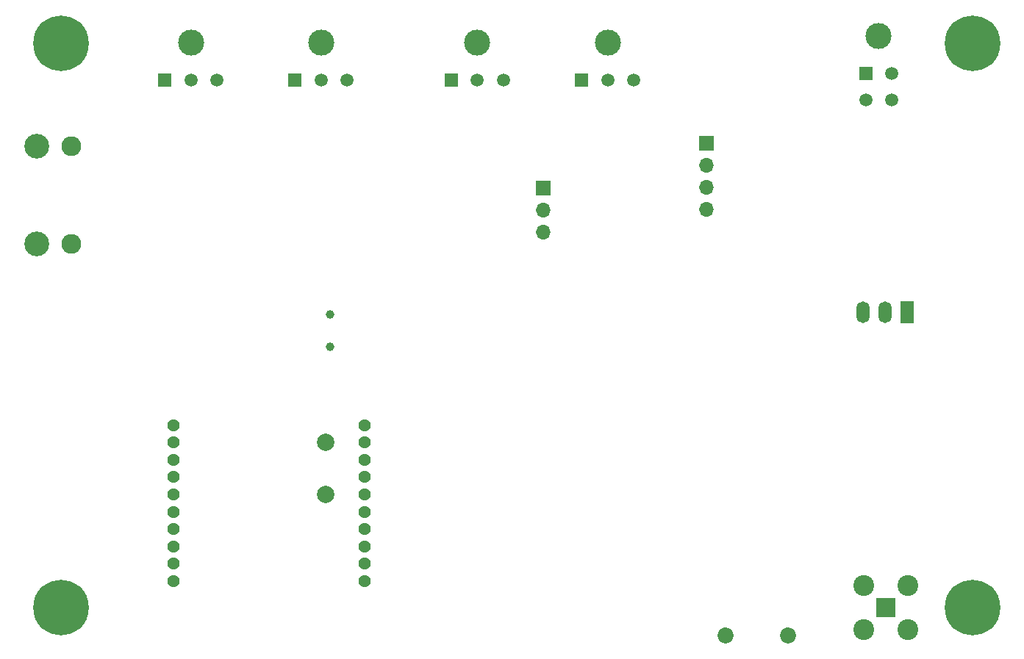
<source format=gbr>
%TF.GenerationSoftware,KiCad,Pcbnew,(7.0.0)*%
%TF.CreationDate,2023-03-06T22:48:15+01:00*%
%TF.ProjectId,RF_module,52465f6d-6f64-4756-9c65-2e6b69636164,1.1*%
%TF.SameCoordinates,Original*%
%TF.FileFunction,Soldermask,Bot*%
%TF.FilePolarity,Negative*%
%FSLAX46Y46*%
G04 Gerber Fmt 4.6, Leading zero omitted, Abs format (unit mm)*
G04 Created by KiCad (PCBNEW (7.0.0)) date 2023-03-06 22:48:15*
%MOMM*%
%LPD*%
G01*
G04 APERTURE LIST*
%ADD10C,0.800000*%
%ADD11C,6.400000*%
%ADD12C,1.431000*%
%ADD13C,1.850000*%
%ADD14R,1.500000X2.500000*%
%ADD15O,1.500000X2.500000*%
%ADD16C,2.999999*%
%ADD17R,1.520000X1.520000*%
%ADD18C,1.520000*%
%ADD19C,3.000000*%
%ADD20R,1.700000X1.700000*%
%ADD21O,1.700000X1.700000*%
%ADD22R,2.250000X2.250000*%
%ADD23C,2.400000*%
%ADD24C,2.280000*%
%ADD25C,2.850000*%
%ADD26C,2.000000*%
%ADD27C,1.000000*%
G04 APERTURE END LIST*
D10*
%TO.C,H3*%
X36753554Y-95600000D03*
X37456498Y-93902944D03*
X37456498Y-97297056D03*
X39153554Y-93200000D03*
D11*
X39153554Y-95600000D03*
D10*
X39153554Y-98000000D03*
X40850610Y-93902944D03*
X40850610Y-97297056D03*
X41553554Y-95600000D03*
%TD*%
D12*
%TO.C,IC1*%
X74153554Y-92600000D03*
X74153554Y-90600000D03*
X74153554Y-88600000D03*
X74153554Y-86600000D03*
X74153554Y-84600000D03*
X74153554Y-82600000D03*
X74153554Y-80600000D03*
X74153554Y-78600000D03*
X74153554Y-76600000D03*
X74153554Y-74600000D03*
X52153554Y-74600000D03*
X52153554Y-76600000D03*
X52153554Y-78600000D03*
X52153554Y-80600000D03*
X52153554Y-82600000D03*
X52153554Y-84600000D03*
X52153554Y-86600000D03*
X52153554Y-88600000D03*
X52153554Y-90600000D03*
X52153554Y-92600000D03*
%TD*%
D13*
%TO.C,J9*%
X115753554Y-98830000D03*
X122903554Y-98830000D03*
%TD*%
D14*
%TO.C,U7*%
X136653553Y-61599999D03*
D15*
X134113553Y-61599999D03*
X131573553Y-61599999D03*
%TD*%
D16*
%TO.C,J91*%
X87153553Y-30530001D03*
D17*
X84153553Y-34849999D03*
D18*
X87153553Y-34850000D03*
X90153552Y-34850000D03*
%TD*%
D10*
%TO.C,H1*%
X36753554Y-30600000D03*
X37456498Y-28902944D03*
X37456498Y-32297056D03*
X39153554Y-28200000D03*
D11*
X39153554Y-30600000D03*
D10*
X39153554Y-33000000D03*
X40850610Y-28902944D03*
X40850610Y-32297056D03*
X41553554Y-30600000D03*
%TD*%
D19*
%TO.C,J7*%
X133375304Y-29785400D03*
D17*
X131875303Y-34105399D03*
D18*
X134875304Y-34105400D03*
X131875304Y-37105400D03*
X134875304Y-37105400D03*
%TD*%
D10*
%TO.C,H4*%
X141753554Y-95600000D03*
X142456498Y-93902944D03*
X142456498Y-97297056D03*
X144153554Y-93200000D03*
D11*
X144153554Y-95600000D03*
D10*
X144153554Y-98000000D03*
X145850610Y-93902944D03*
X145850610Y-97297056D03*
X146553554Y-95600000D03*
%TD*%
%TO.C,H2*%
X141753554Y-30600000D03*
X142456498Y-28902944D03*
X142456498Y-32297056D03*
X144153554Y-28200000D03*
D11*
X144153554Y-30600000D03*
D10*
X144153554Y-33000000D03*
X145850610Y-28902944D03*
X145850610Y-32297056D03*
X146553554Y-30600000D03*
%TD*%
D16*
%TO.C,J81*%
X54153553Y-30530001D03*
D17*
X51153553Y-34849999D03*
D18*
X54153553Y-34850000D03*
X57153552Y-34850000D03*
%TD*%
D20*
%TO.C,J1*%
X113553553Y-42119999D03*
D21*
X113553553Y-44659999D03*
X113553553Y-47199999D03*
X113553553Y-49739999D03*
%TD*%
D20*
%TO.C,J2*%
X94753553Y-47274999D03*
D21*
X94753553Y-49814999D03*
X94753553Y-52354999D03*
%TD*%
D16*
%TO.C,J82*%
X69153553Y-30530001D03*
D17*
X66153553Y-34849999D03*
D18*
X69153553Y-34850000D03*
X72153552Y-34850000D03*
%TD*%
D22*
%TO.C,J8*%
X134153553Y-95599999D03*
D23*
X136693554Y-93060000D03*
X131613554Y-93060000D03*
X136693554Y-98140000D03*
X131613554Y-98140000D03*
%TD*%
D24*
%TO.C,J3*%
X40403554Y-42480000D03*
D25*
X36403554Y-42480000D03*
D24*
X40403554Y-53720000D03*
D25*
X36403554Y-53720000D03*
%TD*%
D16*
%TO.C,J92*%
X102153553Y-30530001D03*
D17*
X99153553Y-34849999D03*
D18*
X102153553Y-34850000D03*
X105153552Y-34850000D03*
%TD*%
D26*
%TO.C,TP5*%
X69653554Y-82600000D03*
%TD*%
D27*
%TO.C,TP_SDA*%
X70153554Y-65600000D03*
%TD*%
%TO.C,TP_SDA*%
X70153554Y-61850000D03*
%TD*%
D26*
%TO.C,TP6*%
X69653554Y-76600000D03*
%TD*%
M02*

</source>
